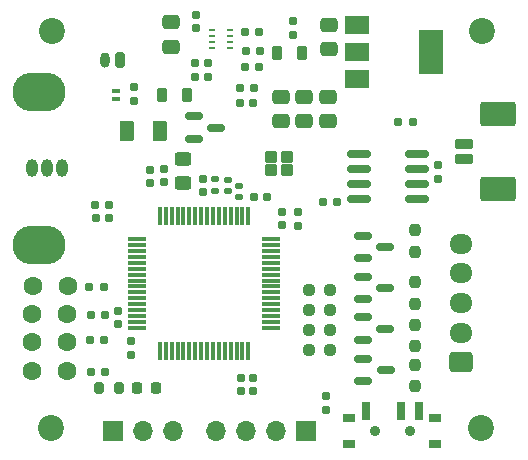
<source format=gbr>
%TF.GenerationSoftware,KiCad,Pcbnew,7.0.6*%
%TF.CreationDate,2023-10-31T01:28:30+01:00*%
%TF.ProjectId,BMSv2,424d5376-322e-46b6-9963-61645f706362,rev?*%
%TF.SameCoordinates,Original*%
%TF.FileFunction,Soldermask,Top*%
%TF.FilePolarity,Negative*%
%FSLAX46Y46*%
G04 Gerber Fmt 4.6, Leading zero omitted, Abs format (unit mm)*
G04 Created by KiCad (PCBNEW 7.0.6) date 2023-10-31 01:28:30*
%MOMM*%
%LPD*%
G01*
G04 APERTURE LIST*
G04 Aperture macros list*
%AMRoundRect*
0 Rectangle with rounded corners*
0 $1 Rounding radius*
0 $2 $3 $4 $5 $6 $7 $8 $9 X,Y pos of 4 corners*
0 Add a 4 corners polygon primitive as box body*
4,1,4,$2,$3,$4,$5,$6,$7,$8,$9,$2,$3,0*
0 Add four circle primitives for the rounded corners*
1,1,$1+$1,$2,$3*
1,1,$1+$1,$4,$5*
1,1,$1+$1,$6,$7*
1,1,$1+$1,$8,$9*
0 Add four rect primitives between the rounded corners*
20,1,$1+$1,$2,$3,$4,$5,0*
20,1,$1+$1,$4,$5,$6,$7,0*
20,1,$1+$1,$6,$7,$8,$9,0*
20,1,$1+$1,$8,$9,$2,$3,0*%
G04 Aperture macros list end*
%ADD10RoundRect,0.075000X-0.075000X0.700000X-0.075000X-0.700000X0.075000X-0.700000X0.075000X0.700000X0*%
%ADD11RoundRect,0.075000X-0.700000X0.075000X-0.700000X-0.075000X0.700000X-0.075000X0.700000X0.075000X0*%
%ADD12R,1.000000X0.800000*%
%ADD13C,0.900000*%
%ADD14R,0.700000X1.500000*%
%ADD15RoundRect,0.155000X-0.212500X-0.155000X0.212500X-0.155000X0.212500X0.155000X-0.212500X0.155000X0*%
%ADD16RoundRect,0.160000X-0.160000X0.197500X-0.160000X-0.197500X0.160000X-0.197500X0.160000X0.197500X0*%
%ADD17RoundRect,0.150000X-0.587500X-0.150000X0.587500X-0.150000X0.587500X0.150000X-0.587500X0.150000X0*%
%ADD18RoundRect,0.160000X0.197500X0.160000X-0.197500X0.160000X-0.197500X-0.160000X0.197500X-0.160000X0*%
%ADD19RoundRect,0.155000X0.155000X-0.212500X0.155000X0.212500X-0.155000X0.212500X-0.155000X-0.212500X0*%
%ADD20RoundRect,0.250000X0.725000X-0.600000X0.725000X0.600000X-0.725000X0.600000X-0.725000X-0.600000X0*%
%ADD21O,1.950000X1.700000*%
%ADD22RoundRect,0.218750X-0.218750X-0.256250X0.218750X-0.256250X0.218750X0.256250X-0.218750X0.256250X0*%
%ADD23RoundRect,0.237500X-0.250000X-0.237500X0.250000X-0.237500X0.250000X0.237500X-0.250000X0.237500X0*%
%ADD24RoundRect,0.250000X0.475000X-0.337500X0.475000X0.337500X-0.475000X0.337500X-0.475000X-0.337500X0*%
%ADD25RoundRect,0.250000X-0.375000X-0.625000X0.375000X-0.625000X0.375000X0.625000X-0.375000X0.625000X0*%
%ADD26RoundRect,0.237500X0.237500X-0.250000X0.237500X0.250000X-0.237500X0.250000X-0.237500X-0.250000X0*%
%ADD27RoundRect,0.140000X0.170000X-0.140000X0.170000X0.140000X-0.170000X0.140000X-0.170000X-0.140000X0*%
%ADD28RoundRect,0.218750X-0.218750X-0.381250X0.218750X-0.381250X0.218750X0.381250X-0.218750X0.381250X0*%
%ADD29RoundRect,0.140000X-0.170000X0.140000X-0.170000X-0.140000X0.170000X-0.140000X0.170000X0.140000X0*%
%ADD30C,2.200000*%
%ADD31RoundRect,0.135000X-0.185000X0.135000X-0.185000X-0.135000X0.185000X-0.135000X0.185000X0.135000X0*%
%ADD32RoundRect,0.102000X-0.425000X-0.375000X0.425000X-0.375000X0.425000X0.375000X-0.425000X0.375000X0*%
%ADD33R,1.700000X1.700000*%
%ADD34O,1.700000X1.700000*%
%ADD35R,0.609600X0.279400*%
%ADD36RoundRect,0.250000X-0.475000X0.337500X-0.475000X-0.337500X0.475000X-0.337500X0.475000X0.337500X0*%
%ADD37RoundRect,0.200000X0.200000X0.450000X-0.200000X0.450000X-0.200000X-0.450000X0.200000X-0.450000X0*%
%ADD38O,0.800000X1.300000*%
%ADD39C,1.600000*%
%ADD40RoundRect,0.160000X0.160000X-0.197500X0.160000X0.197500X-0.160000X0.197500X-0.160000X-0.197500X0*%
%ADD41R,2.000000X1.500000*%
%ADD42R,2.000000X3.800000*%
%ADD43RoundRect,0.150000X-0.825000X-0.150000X0.825000X-0.150000X0.825000X0.150000X-0.825000X0.150000X0*%
%ADD44RoundRect,0.200000X0.200000X0.275000X-0.200000X0.275000X-0.200000X-0.275000X0.200000X-0.275000X0*%
%ADD45RoundRect,0.155000X-0.155000X0.212500X-0.155000X-0.212500X0.155000X-0.212500X0.155000X0.212500X0*%
%ADD46RoundRect,0.155000X0.212500X0.155000X-0.212500X0.155000X-0.212500X-0.155000X0.212500X-0.155000X0*%
%ADD47RoundRect,0.250000X0.450000X-0.325000X0.450000X0.325000X-0.450000X0.325000X-0.450000X-0.325000X0*%
%ADD48RoundRect,0.200000X0.600000X-0.200000X0.600000X0.200000X-0.600000X0.200000X-0.600000X-0.200000X0*%
%ADD49RoundRect,0.250001X1.249999X-0.799999X1.249999X0.799999X-1.249999X0.799999X-1.249999X-0.799999X0*%
%ADD50R,0.700000X0.400000*%
%ADD51O,1.000000X1.500000*%
%ADD52O,4.500000X3.300000*%
G04 APERTURE END LIST*
D10*
%TO.C,U1*%
X89926800Y-63042800D03*
X89426800Y-63042800D03*
X88926800Y-63042800D03*
X88426800Y-63042800D03*
X87926800Y-63042800D03*
X87426800Y-63042800D03*
X86926800Y-63042800D03*
X86426800Y-63042800D03*
X85926800Y-63042800D03*
X85426800Y-63042800D03*
X84926800Y-63042800D03*
X84426800Y-63042800D03*
X83926800Y-63042800D03*
X83426800Y-63042800D03*
X82926800Y-63042800D03*
X82426800Y-63042800D03*
D11*
X80501800Y-64967800D03*
X80501800Y-65467800D03*
X80501800Y-65967800D03*
X80501800Y-66467800D03*
X80501800Y-66967800D03*
X80501800Y-67467800D03*
X80501800Y-67967800D03*
X80501800Y-68467800D03*
X80501800Y-68967800D03*
X80501800Y-69467800D03*
X80501800Y-69967800D03*
X80501800Y-70467800D03*
X80501800Y-70967800D03*
X80501800Y-71467800D03*
X80501800Y-71967800D03*
X80501800Y-72467800D03*
D10*
X82426800Y-74392800D03*
X82926800Y-74392800D03*
X83426800Y-74392800D03*
X83926800Y-74392800D03*
X84426800Y-74392800D03*
X84926800Y-74392800D03*
X85426800Y-74392800D03*
X85926800Y-74392800D03*
X86426800Y-74392800D03*
X86926800Y-74392800D03*
X87426800Y-74392800D03*
X87926800Y-74392800D03*
X88426800Y-74392800D03*
X88926800Y-74392800D03*
X89426800Y-74392800D03*
X89926800Y-74392800D03*
D11*
X91851800Y-72467800D03*
X91851800Y-71967800D03*
X91851800Y-71467800D03*
X91851800Y-70967800D03*
X91851800Y-70467800D03*
X91851800Y-69967800D03*
X91851800Y-69467800D03*
X91851800Y-68967800D03*
X91851800Y-68467800D03*
X91851800Y-67967800D03*
X91851800Y-67467800D03*
X91851800Y-66967800D03*
X91851800Y-66467800D03*
X91851800Y-65967800D03*
X91851800Y-65467800D03*
X91851800Y-64967800D03*
%TD*%
D12*
%TO.C,SW1*%
X98468600Y-80125000D03*
X98468600Y-82335000D03*
D13*
X100618600Y-81235000D03*
X103618600Y-81235000D03*
D12*
X105768600Y-80125000D03*
X105768600Y-82335000D03*
D14*
X99868600Y-79475000D03*
X102868600Y-79475000D03*
X104368600Y-79475000D03*
%TD*%
D15*
%TO.C,C15*%
X89653300Y-47396400D03*
X90788300Y-47396400D03*
%TD*%
D16*
%TO.C,R6*%
X93726000Y-46494100D03*
X93726000Y-47689100D03*
%TD*%
D17*
%TO.C,Q1*%
X85320900Y-54574400D03*
X85320900Y-56474400D03*
X87195900Y-55524400D03*
%TD*%
D18*
%TO.C,R4*%
X77661100Y-69011800D03*
X76466100Y-69011800D03*
%TD*%
D19*
%TO.C,C10*%
X82747800Y-60166700D03*
X82747800Y-59031700D03*
%TD*%
%TO.C,C6*%
X92780800Y-63807600D03*
X92780800Y-62672600D03*
%TD*%
D20*
%TO.C,J1*%
X107913600Y-75371400D03*
D21*
X107913600Y-72871400D03*
X107913600Y-70371400D03*
X107913600Y-67871400D03*
X107913600Y-65371400D03*
%TD*%
D17*
%TO.C,Q13*%
X99664791Y-75090491D03*
X99664791Y-76990491D03*
X101539791Y-76040491D03*
%TD*%
D22*
%TO.C,D6*%
X80531100Y-77571600D03*
X82106100Y-77571600D03*
%TD*%
D23*
%TO.C,R31*%
X95048700Y-72669400D03*
X96873700Y-72669400D03*
%TD*%
D16*
%TO.C,R11*%
X105994200Y-58711500D03*
X105994200Y-59906500D03*
%TD*%
D15*
%TO.C,C5*%
X77029500Y-63169800D03*
X78164500Y-63169800D03*
%TD*%
D24*
%TO.C,C20*%
X96774000Y-48891100D03*
X96774000Y-46816100D03*
%TD*%
D25*
%TO.C,F1*%
X79626000Y-55778400D03*
X82426000Y-55778400D03*
%TD*%
D26*
%TO.C,R36*%
X104039696Y-77421709D03*
X104039696Y-75596709D03*
%TD*%
D27*
%TO.C,C32*%
X89174000Y-61425400D03*
X89174000Y-60465400D03*
%TD*%
D18*
%TO.C,R10*%
X90411900Y-52171600D03*
X89216900Y-52171600D03*
%TD*%
D28*
%TO.C,FB1*%
X82630500Y-52755800D03*
X84755500Y-52755800D03*
%TD*%
D29*
%TO.C,C33*%
X88234200Y-59957400D03*
X88234200Y-60917400D03*
%TD*%
D30*
%TO.C,H2*%
X109601000Y-80949800D03*
%TD*%
D26*
%TO.C,R33*%
X104039696Y-66021709D03*
X104039696Y-64196709D03*
%TD*%
D23*
%TO.C,R29*%
X95048700Y-69240400D03*
X96873700Y-69240400D03*
%TD*%
D18*
%TO.C,R3*%
X77788100Y-71374000D03*
X76593100Y-71374000D03*
%TD*%
D31*
%TO.C,R28*%
X87116600Y-59902600D03*
X87116600Y-60922600D03*
%TD*%
D32*
%TO.C,Y1*%
X91828600Y-59090600D03*
X93178600Y-59090600D03*
X93178600Y-58040600D03*
X91828600Y-58040600D03*
%TD*%
D15*
%TO.C,C3*%
X90364500Y-61428000D03*
X91499500Y-61428000D03*
%TD*%
D17*
%TO.C,Q11*%
X99639391Y-68156291D03*
X99639391Y-70056291D03*
X101514391Y-69106291D03*
%TD*%
D18*
%TO.C,R7*%
X90919900Y-49072800D03*
X89724900Y-49072800D03*
%TD*%
D28*
%TO.C,L2*%
X92358700Y-49174400D03*
X94483700Y-49174400D03*
%TD*%
D30*
%TO.C,H4*%
X73232400Y-80924400D03*
%TD*%
D19*
%TO.C,C9*%
X81604800Y-60217500D03*
X81604800Y-59082500D03*
%TD*%
D33*
%TO.C,J2*%
X94792800Y-81229200D03*
D34*
X92252800Y-81229200D03*
X89712800Y-81229200D03*
X87172800Y-81229200D03*
%TD*%
D35*
%TO.C,U4*%
X86876125Y-47278974D03*
X86876125Y-47778975D03*
X86876125Y-48278975D03*
X86876125Y-48778976D03*
X88374725Y-48778976D03*
X88374725Y-48278975D03*
X88374725Y-47778975D03*
X88374725Y-47278974D03*
%TD*%
D36*
%TO.C,C23*%
X96672400Y-52912100D03*
X96672400Y-54987100D03*
%TD*%
D19*
%TO.C,C13*%
X80264000Y-53247100D03*
X80264000Y-52112100D03*
%TD*%
D26*
%TO.C,R34*%
X104039696Y-70421709D03*
X104039696Y-68596709D03*
%TD*%
D37*
%TO.C,J3*%
X79053600Y-49801400D03*
D38*
X77803600Y-49801400D03*
%TD*%
D39*
%TO.C,TH3*%
X74602600Y-71323200D03*
X71602600Y-71323200D03*
%TD*%
D19*
%TO.C,C14*%
X85496400Y-47125700D03*
X85496400Y-45990700D03*
%TD*%
D17*
%TO.C,Q10*%
X99641691Y-64701891D03*
X99641691Y-66601891D03*
X101516691Y-65651891D03*
%TD*%
D18*
%TO.C,R45*%
X103823100Y-55041800D03*
X102628100Y-55041800D03*
%TD*%
D39*
%TO.C,TH2*%
X74575800Y-73710800D03*
X71575800Y-73710800D03*
%TD*%
D24*
%TO.C,C21*%
X83388200Y-48662500D03*
X83388200Y-46587500D03*
%TD*%
D23*
%TO.C,R30*%
X95048700Y-70967600D03*
X96873700Y-70967600D03*
%TD*%
D36*
%TO.C,C18*%
X94640400Y-52912100D03*
X94640400Y-54987100D03*
%TD*%
D18*
%TO.C,R2*%
X77711900Y-73533000D03*
X76516900Y-73533000D03*
%TD*%
D40*
%TO.C,R5*%
X96494600Y-79413700D03*
X96494600Y-78218700D03*
%TD*%
D41*
%TO.C,U5*%
X99110400Y-46823600D03*
X99110400Y-49123600D03*
D42*
X105410400Y-49123600D03*
D41*
X99110400Y-51423600D03*
%TD*%
D40*
%TO.C,R8*%
X85369400Y-51270500D03*
X85369400Y-50075500D03*
%TD*%
D33*
%TO.C,J5*%
X78486000Y-81203800D03*
D34*
X81026000Y-81203800D03*
X83566000Y-81203800D03*
%TD*%
D43*
%TO.C,U2*%
X99277400Y-57785000D03*
X99277400Y-59055000D03*
X99277400Y-60325000D03*
X99277400Y-61595000D03*
X104227400Y-61595000D03*
X104227400Y-60325000D03*
X104227400Y-59055000D03*
X104227400Y-57785000D03*
%TD*%
D44*
%TO.C,R46*%
X78943200Y-77571600D03*
X77293200Y-77571600D03*
%TD*%
D26*
%TO.C,R35*%
X104039696Y-74021709D03*
X104039696Y-72196709D03*
%TD*%
D15*
%TO.C,C22*%
X96257300Y-61823600D03*
X97392300Y-61823600D03*
%TD*%
%TO.C,C11*%
X76978700Y-62103000D03*
X78113700Y-62103000D03*
%TD*%
D45*
%TO.C,C1*%
X79959200Y-73600500D03*
X79959200Y-74735500D03*
%TD*%
D46*
%TO.C,C17*%
X90331100Y-53441600D03*
X89196100Y-53441600D03*
%TD*%
D30*
%TO.C,H3*%
X73257800Y-47371000D03*
%TD*%
D17*
%TO.C,Q12*%
X99641691Y-71587591D03*
X99641691Y-73487591D03*
X101516691Y-72537591D03*
%TD*%
D47*
%TO.C,L1*%
X84398800Y-60192400D03*
X84398800Y-58142400D03*
%TD*%
D30*
%TO.C,H1*%
X109677200Y-47345600D03*
%TD*%
D15*
%TO.C,C16*%
X89653300Y-50393600D03*
X90788300Y-50393600D03*
%TD*%
D45*
%TO.C,C7*%
X89306400Y-76708000D03*
X89306400Y-77843000D03*
%TD*%
D40*
%TO.C,R9*%
X86487000Y-51270500D03*
X86487000Y-50075500D03*
%TD*%
D48*
%TO.C,J4*%
X108163600Y-58156400D03*
X108163600Y-56906400D03*
D49*
X111063600Y-60706400D03*
X111063600Y-54356400D03*
%TD*%
D36*
%TO.C,C19*%
X92659200Y-52912100D03*
X92659200Y-54987100D03*
%TD*%
D19*
%TO.C,C12*%
X86100600Y-60982100D03*
X86100600Y-59847100D03*
%TD*%
D39*
%TO.C,TH1*%
X74575800Y-76098400D03*
X71575800Y-76098400D03*
%TD*%
%TO.C,TH4*%
X74652000Y-68910200D03*
X71652000Y-68910200D03*
%TD*%
D19*
%TO.C,C2*%
X94127000Y-63824300D03*
X94127000Y-62689300D03*
%TD*%
D50*
%TO.C,D1*%
X78714600Y-52386000D03*
X78714600Y-53086000D03*
%TD*%
D23*
%TO.C,R32*%
X95048700Y-74371200D03*
X96873700Y-74371200D03*
%TD*%
D19*
%TO.C,C8*%
X78867000Y-72170100D03*
X78867000Y-71035100D03*
%TD*%
D18*
%TO.C,R1*%
X77788100Y-76200000D03*
X76593100Y-76200000D03*
%TD*%
D45*
%TO.C,C4*%
X90347800Y-76708000D03*
X90347800Y-77843000D03*
%TD*%
D51*
%TO.C,U3*%
X74182200Y-58981200D03*
X72912200Y-58981200D03*
X71642200Y-58981200D03*
D52*
X72212200Y-65481200D03*
X72212200Y-52481200D03*
%TD*%
M02*

</source>
